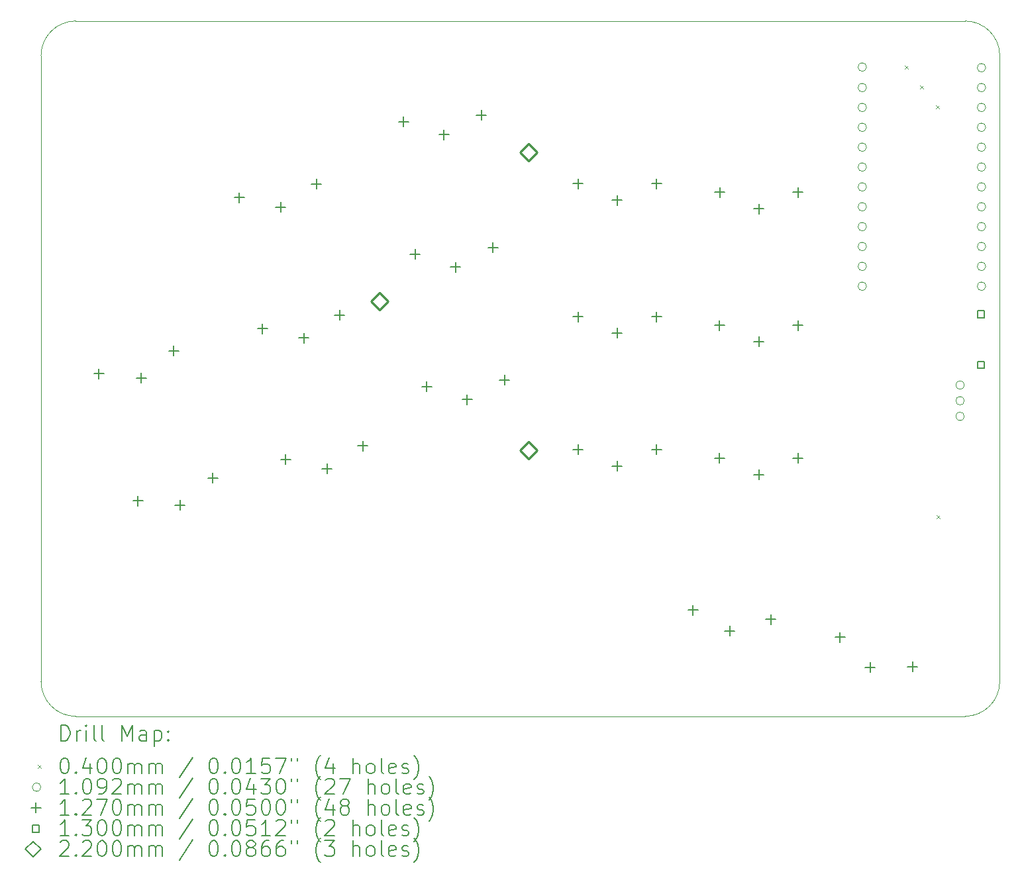
<source format=gbr>
%FSLAX45Y45*%
G04 Gerber Fmt 4.5, Leading zero omitted, Abs format (unit mm)*
G04 Created by KiCad (PCBNEW (6.0.4)) date 2022-06-17 23:19:35*
%MOMM*%
%LPD*%
G01*
G04 APERTURE LIST*
%TA.AperFunction,Profile*%
%ADD10C,0.050000*%
%TD*%
%ADD11C,0.200000*%
%ADD12C,0.040000*%
%ADD13C,0.109220*%
%ADD14C,0.127000*%
%ADD15C,0.130000*%
%ADD16C,0.220000*%
G04 APERTURE END LIST*
D10*
X16431618Y3825490D02*
X16431979Y11826325D01*
X4176475Y3825325D02*
G75*
G03*
X4620979Y3380825I444505J5D01*
G01*
X16431975Y11826325D02*
G75*
G03*
X15987479Y12270825I-444495J5D01*
G01*
X4620979Y3380825D02*
X15987118Y3380990D01*
X4176115Y11826612D02*
X4176479Y3825325D01*
X15987479Y12270825D02*
X4620615Y12271112D01*
X4620615Y12271112D02*
G75*
G03*
X4176115Y11826612I0J-444500D01*
G01*
X15987118Y3380991D02*
G75*
G03*
X16431618Y3825490I2J444499D01*
G01*
D11*
D12*
X15220000Y11700985D02*
X15260000Y11660985D01*
X15260000Y11700985D02*
X15220000Y11660985D01*
X15410459Y11444714D02*
X15450459Y11404714D01*
X15450459Y11444714D02*
X15410459Y11404714D01*
X15618978Y11190306D02*
X15658978Y11150306D01*
X15658978Y11190306D02*
X15618978Y11150306D01*
X15624579Y5953525D02*
X15664579Y5913525D01*
X15664579Y5953525D02*
X15624579Y5913525D01*
D13*
X14728331Y11682300D02*
G75*
G03*
X14728331Y11682300I-54610J0D01*
G01*
X14728331Y11419925D02*
G75*
G03*
X14728331Y11419925I-54610J0D01*
G01*
X14728331Y11165925D02*
G75*
G03*
X14728331Y11165925I-54610J0D01*
G01*
X14728331Y10911925D02*
G75*
G03*
X14728331Y10911925I-54610J0D01*
G01*
X14728331Y10657925D02*
G75*
G03*
X14728331Y10657925I-54610J0D01*
G01*
X14728331Y10403925D02*
G75*
G03*
X14728331Y10403925I-54610J0D01*
G01*
X14728331Y10149925D02*
G75*
G03*
X14728331Y10149925I-54610J0D01*
G01*
X14728331Y9895925D02*
G75*
G03*
X14728331Y9895925I-54610J0D01*
G01*
X14728331Y9641925D02*
G75*
G03*
X14728331Y9641925I-54610J0D01*
G01*
X14728331Y9387925D02*
G75*
G03*
X14728331Y9387925I-54610J0D01*
G01*
X14728331Y9133925D02*
G75*
G03*
X14728331Y9133925I-54610J0D01*
G01*
X14728331Y8879925D02*
G75*
G03*
X14728331Y8879925I-54610J0D01*
G01*
X15978589Y7616225D02*
G75*
G03*
X15978589Y7616225I-54610J0D01*
G01*
X15978589Y7416225D02*
G75*
G03*
X15978589Y7416225I-54610J0D01*
G01*
X15978589Y7216225D02*
G75*
G03*
X15978589Y7216225I-54610J0D01*
G01*
X16252331Y11673925D02*
G75*
G03*
X16252331Y11673925I-54610J0D01*
G01*
X16252331Y11419925D02*
G75*
G03*
X16252331Y11419925I-54610J0D01*
G01*
X16252331Y11165925D02*
G75*
G03*
X16252331Y11165925I-54610J0D01*
G01*
X16252331Y10911925D02*
G75*
G03*
X16252331Y10911925I-54610J0D01*
G01*
X16252331Y10657925D02*
G75*
G03*
X16252331Y10657925I-54610J0D01*
G01*
X16252331Y10403925D02*
G75*
G03*
X16252331Y10403925I-54610J0D01*
G01*
X16252331Y10149925D02*
G75*
G03*
X16252331Y10149925I-54610J0D01*
G01*
X16252331Y9895925D02*
G75*
G03*
X16252331Y9895925I-54610J0D01*
G01*
X16252331Y9641925D02*
G75*
G03*
X16252331Y9641925I-54610J0D01*
G01*
X16252331Y9387925D02*
G75*
G03*
X16252331Y9387925I-54610J0D01*
G01*
X16252331Y9133925D02*
G75*
G03*
X16252331Y9133925I-54610J0D01*
G01*
X16252331Y8879925D02*
G75*
G03*
X16252331Y8879925I-54610J0D01*
G01*
D14*
X4917175Y7826915D02*
X4917175Y7699915D01*
X4853675Y7763415D02*
X4980675Y7763415D01*
X5414207Y6201196D02*
X5414207Y6074196D01*
X5350707Y6137696D02*
X5477707Y6137696D01*
X5456725Y7772276D02*
X5456725Y7645276D01*
X5393225Y7708776D02*
X5520225Y7708776D01*
X5873479Y8119286D02*
X5873479Y7992286D01*
X5809979Y8055786D02*
X5936979Y8055786D01*
X5953757Y6146558D02*
X5953757Y6019558D01*
X5890257Y6083058D02*
X6017257Y6083058D01*
X6370511Y6493568D02*
X6370511Y6366568D01*
X6307011Y6430068D02*
X6434011Y6430068D01*
X6712293Y10076956D02*
X6712293Y9949956D01*
X6648793Y10013456D02*
X6775793Y10013456D01*
X7007495Y8402783D02*
X7007495Y8275782D01*
X6943995Y8339282D02*
X7070995Y8339282D01*
X7241163Y9956970D02*
X7241163Y9829970D01*
X7177663Y9893470D02*
X7304663Y9893470D01*
X7302697Y6728609D02*
X7302697Y6601609D01*
X7239197Y6665109D02*
X7366197Y6665109D01*
X7536365Y8282797D02*
X7536365Y8155797D01*
X7472865Y8219297D02*
X7599865Y8219297D01*
X7697101Y10250604D02*
X7697101Y10123604D01*
X7633601Y10187104D02*
X7760601Y10187104D01*
X7831567Y6608624D02*
X7831567Y6481624D01*
X7768067Y6545124D02*
X7895067Y6545124D01*
X7992303Y8576431D02*
X7992303Y8449431D01*
X7928803Y8512931D02*
X8055803Y8512931D01*
X8287505Y6902257D02*
X8287505Y6775257D01*
X8224005Y6838757D02*
X8351005Y6838757D01*
X8809021Y11046316D02*
X8809021Y10919316D01*
X8745521Y10982816D02*
X8872521Y10982816D01*
X8957186Y9352785D02*
X8957186Y9225785D01*
X8893686Y9289285D02*
X9020686Y9289285D01*
X9105351Y7659254D02*
X9105351Y7532254D01*
X9041851Y7595754D02*
X9168851Y7595754D01*
X9325422Y10880693D02*
X9325422Y10753693D01*
X9261922Y10817193D02*
X9388922Y10817193D01*
X9473586Y9187162D02*
X9473586Y9060162D01*
X9410086Y9123662D02*
X9537086Y9123662D01*
X9621751Y7493631D02*
X9621751Y7366631D01*
X9558251Y7430131D02*
X9685251Y7430131D01*
X9805216Y11133472D02*
X9805216Y11006472D01*
X9741716Y11069972D02*
X9868716Y11069972D01*
X9953381Y9439941D02*
X9953381Y9312941D01*
X9889881Y9376441D02*
X10016881Y9376441D01*
X10101546Y7746410D02*
X10101546Y7619410D01*
X10038046Y7682910D02*
X10165046Y7682910D01*
X11042479Y10254725D02*
X11042479Y10127725D01*
X10978979Y10191225D02*
X11105979Y10191225D01*
X11042479Y8554725D02*
X11042479Y8427725D01*
X10978979Y8491225D02*
X11105979Y8491225D01*
X11042479Y6854725D02*
X11042479Y6727725D01*
X10978979Y6791225D02*
X11105979Y6791225D01*
X11542479Y10044725D02*
X11542479Y9917725D01*
X11478979Y9981225D02*
X11605979Y9981225D01*
X11542479Y8344725D02*
X11542479Y8217725D01*
X11478979Y8281225D02*
X11605979Y8281225D01*
X11542479Y6644725D02*
X11542479Y6517725D01*
X11478979Y6581225D02*
X11605979Y6581225D01*
X12042479Y10254725D02*
X12042479Y10127725D01*
X11978979Y10191225D02*
X12105979Y10191225D01*
X12042479Y8554725D02*
X12042479Y8427725D01*
X11978979Y8491225D02*
X12105979Y8491225D01*
X12042479Y6854725D02*
X12042479Y6727725D01*
X11978979Y6791225D02*
X12105979Y6791225D01*
X12510764Y4804938D02*
X12510764Y4677938D01*
X12447264Y4741438D02*
X12574264Y4741438D01*
X12850579Y8444649D02*
X12850579Y8317649D01*
X12787079Y8381149D02*
X12914079Y8381149D01*
X12850579Y6744649D02*
X12850579Y6617649D01*
X12787079Y6681149D02*
X12914079Y6681149D01*
X12851323Y10144399D02*
X12851323Y10017399D01*
X12787823Y10080899D02*
X12914823Y10080899D01*
X12981445Y4535569D02*
X12981445Y4408569D01*
X12917945Y4472069D02*
X13044945Y4472069D01*
X13350579Y8234649D02*
X13350579Y8107649D01*
X13287079Y8171149D02*
X13414079Y8171149D01*
X13350579Y6534649D02*
X13350579Y6407649D01*
X13287079Y6471149D02*
X13414079Y6471149D01*
X13351323Y9934399D02*
X13351323Y9807399D01*
X13287823Y9870899D02*
X13414823Y9870899D01*
X13503310Y4683069D02*
X13503310Y4556069D01*
X13439810Y4619569D02*
X13566810Y4619569D01*
X13850579Y8444649D02*
X13850579Y8317649D01*
X13787079Y8381149D02*
X13914079Y8381149D01*
X13850579Y6744649D02*
X13850579Y6617649D01*
X13787079Y6681149D02*
X13914079Y6681149D01*
X13851323Y10144399D02*
X13851323Y10017399D01*
X13787823Y10080899D02*
X13914823Y10080899D01*
X14389989Y4453758D02*
X14389989Y4326758D01*
X14326489Y4390258D02*
X14453489Y4390258D01*
X14774913Y4071746D02*
X14774913Y3944746D01*
X14711413Y4008246D02*
X14838413Y4008246D01*
X15317173Y4079151D02*
X15317173Y3952151D01*
X15253673Y4015651D02*
X15380673Y4015651D01*
D15*
X16236641Y8478363D02*
X16236641Y8570288D01*
X16144717Y8570288D01*
X16144717Y8478363D01*
X16236641Y8478363D01*
X16236641Y7828363D02*
X16236641Y7920288D01*
X16144717Y7920288D01*
X16144717Y7828363D01*
X16236641Y7828363D01*
D16*
X8507179Y8579425D02*
X8617179Y8689425D01*
X8507179Y8799425D01*
X8397179Y8689425D01*
X8507179Y8579425D01*
X10412179Y10484425D02*
X10522179Y10594425D01*
X10412179Y10704425D01*
X10302179Y10594425D01*
X10412179Y10484425D01*
X10412179Y6674425D02*
X10522179Y6784425D01*
X10412179Y6894425D01*
X10302179Y6784425D01*
X10412179Y6674425D01*
D11*
X4431234Y3067849D02*
X4431234Y3267849D01*
X4478853Y3267849D01*
X4507424Y3258325D01*
X4526472Y3239278D01*
X4535996Y3220230D01*
X4545520Y3182135D01*
X4545520Y3153563D01*
X4535996Y3115468D01*
X4526472Y3096421D01*
X4507424Y3077373D01*
X4478853Y3067849D01*
X4431234Y3067849D01*
X4631234Y3067849D02*
X4631234Y3201182D01*
X4631234Y3163087D02*
X4640758Y3182135D01*
X4650282Y3191659D01*
X4669329Y3201182D01*
X4688377Y3201182D01*
X4755043Y3067849D02*
X4755043Y3201182D01*
X4755043Y3267849D02*
X4745520Y3258325D01*
X4755043Y3248801D01*
X4764567Y3258325D01*
X4755043Y3267849D01*
X4755043Y3248801D01*
X4878853Y3067849D02*
X4859805Y3077373D01*
X4850282Y3096421D01*
X4850282Y3267849D01*
X4983615Y3067849D02*
X4964567Y3077373D01*
X4955043Y3096421D01*
X4955043Y3267849D01*
X5212186Y3067849D02*
X5212186Y3267849D01*
X5278853Y3124992D01*
X5345520Y3267849D01*
X5345520Y3067849D01*
X5526472Y3067849D02*
X5526472Y3172611D01*
X5516948Y3191659D01*
X5497901Y3201182D01*
X5459805Y3201182D01*
X5440758Y3191659D01*
X5526472Y3077373D02*
X5507424Y3067849D01*
X5459805Y3067849D01*
X5440758Y3077373D01*
X5431234Y3096421D01*
X5431234Y3115468D01*
X5440758Y3134516D01*
X5459805Y3144040D01*
X5507424Y3144040D01*
X5526472Y3153563D01*
X5621710Y3201182D02*
X5621710Y3001182D01*
X5621710Y3191659D02*
X5640758Y3201182D01*
X5678853Y3201182D01*
X5697901Y3191659D01*
X5707424Y3182135D01*
X5716948Y3163087D01*
X5716948Y3105944D01*
X5707424Y3086897D01*
X5697901Y3077373D01*
X5678853Y3067849D01*
X5640758Y3067849D01*
X5621710Y3077373D01*
X5802662Y3086897D02*
X5812186Y3077373D01*
X5802662Y3067849D01*
X5793139Y3077373D01*
X5802662Y3086897D01*
X5802662Y3067849D01*
X5802662Y3191659D02*
X5812186Y3182135D01*
X5802662Y3172611D01*
X5793139Y3182135D01*
X5802662Y3191659D01*
X5802662Y3172611D01*
D12*
X4133615Y2758325D02*
X4173615Y2718325D01*
X4173615Y2758325D02*
X4133615Y2718325D01*
D11*
X4469329Y2847849D02*
X4488377Y2847849D01*
X4507424Y2838325D01*
X4516948Y2828801D01*
X4526472Y2809754D01*
X4535996Y2771659D01*
X4535996Y2724040D01*
X4526472Y2685944D01*
X4516948Y2666897D01*
X4507424Y2657373D01*
X4488377Y2647849D01*
X4469329Y2647849D01*
X4450282Y2657373D01*
X4440758Y2666897D01*
X4431234Y2685944D01*
X4421710Y2724040D01*
X4421710Y2771659D01*
X4431234Y2809754D01*
X4440758Y2828801D01*
X4450282Y2838325D01*
X4469329Y2847849D01*
X4621710Y2666897D02*
X4631234Y2657373D01*
X4621710Y2647849D01*
X4612186Y2657373D01*
X4621710Y2666897D01*
X4621710Y2647849D01*
X4802663Y2781183D02*
X4802663Y2647849D01*
X4755043Y2857373D02*
X4707424Y2714516D01*
X4831234Y2714516D01*
X4945520Y2847849D02*
X4964567Y2847849D01*
X4983615Y2838325D01*
X4993139Y2828801D01*
X5002663Y2809754D01*
X5012186Y2771659D01*
X5012186Y2724040D01*
X5002663Y2685944D01*
X4993139Y2666897D01*
X4983615Y2657373D01*
X4964567Y2647849D01*
X4945520Y2647849D01*
X4926472Y2657373D01*
X4916948Y2666897D01*
X4907424Y2685944D01*
X4897901Y2724040D01*
X4897901Y2771659D01*
X4907424Y2809754D01*
X4916948Y2828801D01*
X4926472Y2838325D01*
X4945520Y2847849D01*
X5135996Y2847849D02*
X5155043Y2847849D01*
X5174091Y2838325D01*
X5183615Y2828801D01*
X5193139Y2809754D01*
X5202663Y2771659D01*
X5202663Y2724040D01*
X5193139Y2685944D01*
X5183615Y2666897D01*
X5174091Y2657373D01*
X5155043Y2647849D01*
X5135996Y2647849D01*
X5116948Y2657373D01*
X5107424Y2666897D01*
X5097901Y2685944D01*
X5088377Y2724040D01*
X5088377Y2771659D01*
X5097901Y2809754D01*
X5107424Y2828801D01*
X5116948Y2838325D01*
X5135996Y2847849D01*
X5288377Y2647849D02*
X5288377Y2781183D01*
X5288377Y2762135D02*
X5297901Y2771659D01*
X5316948Y2781183D01*
X5345520Y2781183D01*
X5364567Y2771659D01*
X5374091Y2752611D01*
X5374091Y2647849D01*
X5374091Y2752611D02*
X5383615Y2771659D01*
X5402663Y2781183D01*
X5431234Y2781183D01*
X5450282Y2771659D01*
X5459805Y2752611D01*
X5459805Y2647849D01*
X5555043Y2647849D02*
X5555043Y2781183D01*
X5555043Y2762135D02*
X5564567Y2771659D01*
X5583615Y2781183D01*
X5612186Y2781183D01*
X5631234Y2771659D01*
X5640758Y2752611D01*
X5640758Y2647849D01*
X5640758Y2752611D02*
X5650281Y2771659D01*
X5669329Y2781183D01*
X5697901Y2781183D01*
X5716948Y2771659D01*
X5726472Y2752611D01*
X5726472Y2647849D01*
X6116948Y2857373D02*
X5945520Y2600230D01*
X6374091Y2847849D02*
X6393139Y2847849D01*
X6412186Y2838325D01*
X6421710Y2828801D01*
X6431234Y2809754D01*
X6440758Y2771659D01*
X6440758Y2724040D01*
X6431234Y2685944D01*
X6421710Y2666897D01*
X6412186Y2657373D01*
X6393139Y2647849D01*
X6374091Y2647849D01*
X6355043Y2657373D01*
X6345520Y2666897D01*
X6335996Y2685944D01*
X6326472Y2724040D01*
X6326472Y2771659D01*
X6335996Y2809754D01*
X6345520Y2828801D01*
X6355043Y2838325D01*
X6374091Y2847849D01*
X6526472Y2666897D02*
X6535996Y2657373D01*
X6526472Y2647849D01*
X6516948Y2657373D01*
X6526472Y2666897D01*
X6526472Y2647849D01*
X6659805Y2847849D02*
X6678853Y2847849D01*
X6697901Y2838325D01*
X6707424Y2828801D01*
X6716948Y2809754D01*
X6726472Y2771659D01*
X6726472Y2724040D01*
X6716948Y2685944D01*
X6707424Y2666897D01*
X6697901Y2657373D01*
X6678853Y2647849D01*
X6659805Y2647849D01*
X6640758Y2657373D01*
X6631234Y2666897D01*
X6621710Y2685944D01*
X6612186Y2724040D01*
X6612186Y2771659D01*
X6621710Y2809754D01*
X6631234Y2828801D01*
X6640758Y2838325D01*
X6659805Y2847849D01*
X6916948Y2647849D02*
X6802662Y2647849D01*
X6859805Y2647849D02*
X6859805Y2847849D01*
X6840758Y2819278D01*
X6821710Y2800230D01*
X6802662Y2790706D01*
X7097901Y2847849D02*
X7002662Y2847849D01*
X6993139Y2752611D01*
X7002662Y2762135D01*
X7021710Y2771659D01*
X7069329Y2771659D01*
X7088377Y2762135D01*
X7097901Y2752611D01*
X7107424Y2733563D01*
X7107424Y2685944D01*
X7097901Y2666897D01*
X7088377Y2657373D01*
X7069329Y2647849D01*
X7021710Y2647849D01*
X7002662Y2657373D01*
X6993139Y2666897D01*
X7174091Y2847849D02*
X7307424Y2847849D01*
X7221710Y2647849D01*
X7374091Y2847849D02*
X7374091Y2809754D01*
X7450281Y2847849D02*
X7450281Y2809754D01*
X7745520Y2571659D02*
X7735996Y2581183D01*
X7716948Y2609754D01*
X7707424Y2628802D01*
X7697901Y2657373D01*
X7688377Y2704992D01*
X7688377Y2743087D01*
X7697901Y2790706D01*
X7707424Y2819278D01*
X7716948Y2838325D01*
X7735996Y2866897D01*
X7745520Y2876421D01*
X7907424Y2781183D02*
X7907424Y2647849D01*
X7859805Y2857373D02*
X7812186Y2714516D01*
X7935996Y2714516D01*
X8164567Y2647849D02*
X8164567Y2847849D01*
X8250281Y2647849D02*
X8250281Y2752611D01*
X8240758Y2771659D01*
X8221710Y2781183D01*
X8193139Y2781183D01*
X8174091Y2771659D01*
X8164567Y2762135D01*
X8374091Y2647849D02*
X8355043Y2657373D01*
X8345520Y2666897D01*
X8335996Y2685944D01*
X8335996Y2743087D01*
X8345520Y2762135D01*
X8355043Y2771659D01*
X8374091Y2781183D01*
X8402663Y2781183D01*
X8421710Y2771659D01*
X8431234Y2762135D01*
X8440758Y2743087D01*
X8440758Y2685944D01*
X8431234Y2666897D01*
X8421710Y2657373D01*
X8402663Y2647849D01*
X8374091Y2647849D01*
X8555043Y2647849D02*
X8535996Y2657373D01*
X8526472Y2676421D01*
X8526472Y2847849D01*
X8707424Y2657373D02*
X8688377Y2647849D01*
X8650282Y2647849D01*
X8631234Y2657373D01*
X8621710Y2676421D01*
X8621710Y2752611D01*
X8631234Y2771659D01*
X8650282Y2781183D01*
X8688377Y2781183D01*
X8707424Y2771659D01*
X8716948Y2752611D01*
X8716948Y2733563D01*
X8621710Y2714516D01*
X8793139Y2657373D02*
X8812186Y2647849D01*
X8850282Y2647849D01*
X8869329Y2657373D01*
X8878853Y2676421D01*
X8878853Y2685944D01*
X8869329Y2704992D01*
X8850282Y2714516D01*
X8821710Y2714516D01*
X8802663Y2724040D01*
X8793139Y2743087D01*
X8793139Y2752611D01*
X8802663Y2771659D01*
X8821710Y2781183D01*
X8850282Y2781183D01*
X8869329Y2771659D01*
X8945520Y2571659D02*
X8955043Y2581183D01*
X8974091Y2609754D01*
X8983615Y2628802D01*
X8993139Y2657373D01*
X9002663Y2704992D01*
X9002663Y2743087D01*
X8993139Y2790706D01*
X8983615Y2819278D01*
X8974091Y2838325D01*
X8955043Y2866897D01*
X8945520Y2876421D01*
D13*
X4173615Y2474325D02*
G75*
G03*
X4173615Y2474325I-54610J0D01*
G01*
D11*
X4535996Y2383849D02*
X4421710Y2383849D01*
X4478853Y2383849D02*
X4478853Y2583849D01*
X4459805Y2555278D01*
X4440758Y2536230D01*
X4421710Y2526706D01*
X4621710Y2402897D02*
X4631234Y2393373D01*
X4621710Y2383849D01*
X4612186Y2393373D01*
X4621710Y2402897D01*
X4621710Y2383849D01*
X4755043Y2583849D02*
X4774091Y2583849D01*
X4793139Y2574325D01*
X4802663Y2564802D01*
X4812186Y2545754D01*
X4821710Y2507659D01*
X4821710Y2460040D01*
X4812186Y2421944D01*
X4802663Y2402897D01*
X4793139Y2393373D01*
X4774091Y2383849D01*
X4755043Y2383849D01*
X4735996Y2393373D01*
X4726472Y2402897D01*
X4716948Y2421944D01*
X4707424Y2460040D01*
X4707424Y2507659D01*
X4716948Y2545754D01*
X4726472Y2564802D01*
X4735996Y2574325D01*
X4755043Y2583849D01*
X4916948Y2383849D02*
X4955043Y2383849D01*
X4974091Y2393373D01*
X4983615Y2402897D01*
X5002663Y2431468D01*
X5012186Y2469563D01*
X5012186Y2545754D01*
X5002663Y2564802D01*
X4993139Y2574325D01*
X4974091Y2583849D01*
X4935996Y2583849D01*
X4916948Y2574325D01*
X4907424Y2564802D01*
X4897901Y2545754D01*
X4897901Y2498135D01*
X4907424Y2479087D01*
X4916948Y2469563D01*
X4935996Y2460040D01*
X4974091Y2460040D01*
X4993139Y2469563D01*
X5002663Y2479087D01*
X5012186Y2498135D01*
X5088377Y2564802D02*
X5097901Y2574325D01*
X5116948Y2583849D01*
X5164567Y2583849D01*
X5183615Y2574325D01*
X5193139Y2564802D01*
X5202663Y2545754D01*
X5202663Y2526706D01*
X5193139Y2498135D01*
X5078853Y2383849D01*
X5202663Y2383849D01*
X5288377Y2383849D02*
X5288377Y2517183D01*
X5288377Y2498135D02*
X5297901Y2507659D01*
X5316948Y2517183D01*
X5345520Y2517183D01*
X5364567Y2507659D01*
X5374091Y2488611D01*
X5374091Y2383849D01*
X5374091Y2488611D02*
X5383615Y2507659D01*
X5402663Y2517183D01*
X5431234Y2517183D01*
X5450282Y2507659D01*
X5459805Y2488611D01*
X5459805Y2383849D01*
X5555043Y2383849D02*
X5555043Y2517183D01*
X5555043Y2498135D02*
X5564567Y2507659D01*
X5583615Y2517183D01*
X5612186Y2517183D01*
X5631234Y2507659D01*
X5640758Y2488611D01*
X5640758Y2383849D01*
X5640758Y2488611D02*
X5650281Y2507659D01*
X5669329Y2517183D01*
X5697901Y2517183D01*
X5716948Y2507659D01*
X5726472Y2488611D01*
X5726472Y2383849D01*
X6116948Y2593373D02*
X5945520Y2336230D01*
X6374091Y2583849D02*
X6393139Y2583849D01*
X6412186Y2574325D01*
X6421710Y2564802D01*
X6431234Y2545754D01*
X6440758Y2507659D01*
X6440758Y2460040D01*
X6431234Y2421944D01*
X6421710Y2402897D01*
X6412186Y2393373D01*
X6393139Y2383849D01*
X6374091Y2383849D01*
X6355043Y2393373D01*
X6345520Y2402897D01*
X6335996Y2421944D01*
X6326472Y2460040D01*
X6326472Y2507659D01*
X6335996Y2545754D01*
X6345520Y2564802D01*
X6355043Y2574325D01*
X6374091Y2583849D01*
X6526472Y2402897D02*
X6535996Y2393373D01*
X6526472Y2383849D01*
X6516948Y2393373D01*
X6526472Y2402897D01*
X6526472Y2383849D01*
X6659805Y2583849D02*
X6678853Y2583849D01*
X6697901Y2574325D01*
X6707424Y2564802D01*
X6716948Y2545754D01*
X6726472Y2507659D01*
X6726472Y2460040D01*
X6716948Y2421944D01*
X6707424Y2402897D01*
X6697901Y2393373D01*
X6678853Y2383849D01*
X6659805Y2383849D01*
X6640758Y2393373D01*
X6631234Y2402897D01*
X6621710Y2421944D01*
X6612186Y2460040D01*
X6612186Y2507659D01*
X6621710Y2545754D01*
X6631234Y2564802D01*
X6640758Y2574325D01*
X6659805Y2583849D01*
X6897901Y2517183D02*
X6897901Y2383849D01*
X6850281Y2593373D02*
X6802662Y2450516D01*
X6926472Y2450516D01*
X6983615Y2583849D02*
X7107424Y2583849D01*
X7040758Y2507659D01*
X7069329Y2507659D01*
X7088377Y2498135D01*
X7097901Y2488611D01*
X7107424Y2469563D01*
X7107424Y2421944D01*
X7097901Y2402897D01*
X7088377Y2393373D01*
X7069329Y2383849D01*
X7012186Y2383849D01*
X6993139Y2393373D01*
X6983615Y2402897D01*
X7231234Y2583849D02*
X7250281Y2583849D01*
X7269329Y2574325D01*
X7278853Y2564802D01*
X7288377Y2545754D01*
X7297901Y2507659D01*
X7297901Y2460040D01*
X7288377Y2421944D01*
X7278853Y2402897D01*
X7269329Y2393373D01*
X7250281Y2383849D01*
X7231234Y2383849D01*
X7212186Y2393373D01*
X7202662Y2402897D01*
X7193139Y2421944D01*
X7183615Y2460040D01*
X7183615Y2507659D01*
X7193139Y2545754D01*
X7202662Y2564802D01*
X7212186Y2574325D01*
X7231234Y2583849D01*
X7374091Y2583849D02*
X7374091Y2545754D01*
X7450281Y2583849D02*
X7450281Y2545754D01*
X7745520Y2307659D02*
X7735996Y2317183D01*
X7716948Y2345754D01*
X7707424Y2364802D01*
X7697901Y2393373D01*
X7688377Y2440992D01*
X7688377Y2479087D01*
X7697901Y2526706D01*
X7707424Y2555278D01*
X7716948Y2574325D01*
X7735996Y2602897D01*
X7745520Y2612421D01*
X7812186Y2564802D02*
X7821710Y2574325D01*
X7840758Y2583849D01*
X7888377Y2583849D01*
X7907424Y2574325D01*
X7916948Y2564802D01*
X7926472Y2545754D01*
X7926472Y2526706D01*
X7916948Y2498135D01*
X7802662Y2383849D01*
X7926472Y2383849D01*
X7993139Y2583849D02*
X8126472Y2583849D01*
X8040758Y2383849D01*
X8355043Y2383849D02*
X8355043Y2583849D01*
X8440758Y2383849D02*
X8440758Y2488611D01*
X8431234Y2507659D01*
X8412186Y2517183D01*
X8383615Y2517183D01*
X8364567Y2507659D01*
X8355043Y2498135D01*
X8564567Y2383849D02*
X8545520Y2393373D01*
X8535996Y2402897D01*
X8526472Y2421944D01*
X8526472Y2479087D01*
X8535996Y2498135D01*
X8545520Y2507659D01*
X8564567Y2517183D01*
X8593139Y2517183D01*
X8612186Y2507659D01*
X8621710Y2498135D01*
X8631234Y2479087D01*
X8631234Y2421944D01*
X8621710Y2402897D01*
X8612186Y2393373D01*
X8593139Y2383849D01*
X8564567Y2383849D01*
X8745520Y2383849D02*
X8726472Y2393373D01*
X8716948Y2412421D01*
X8716948Y2583849D01*
X8897901Y2393373D02*
X8878853Y2383849D01*
X8840758Y2383849D01*
X8821710Y2393373D01*
X8812186Y2412421D01*
X8812186Y2488611D01*
X8821710Y2507659D01*
X8840758Y2517183D01*
X8878853Y2517183D01*
X8897901Y2507659D01*
X8907424Y2488611D01*
X8907424Y2469563D01*
X8812186Y2450516D01*
X8983615Y2393373D02*
X9002663Y2383849D01*
X9040758Y2383849D01*
X9059805Y2393373D01*
X9069329Y2412421D01*
X9069329Y2421944D01*
X9059805Y2440992D01*
X9040758Y2450516D01*
X9012186Y2450516D01*
X8993139Y2460040D01*
X8983615Y2479087D01*
X8983615Y2488611D01*
X8993139Y2507659D01*
X9012186Y2517183D01*
X9040758Y2517183D01*
X9059805Y2507659D01*
X9135996Y2307659D02*
X9145520Y2317183D01*
X9164567Y2345754D01*
X9174091Y2364802D01*
X9183615Y2393373D01*
X9193139Y2440992D01*
X9193139Y2479087D01*
X9183615Y2526706D01*
X9174091Y2555278D01*
X9164567Y2574325D01*
X9145520Y2602897D01*
X9135996Y2612421D01*
D14*
X4110115Y2273825D02*
X4110115Y2146825D01*
X4046615Y2210325D02*
X4173615Y2210325D01*
D11*
X4535996Y2119849D02*
X4421710Y2119849D01*
X4478853Y2119849D02*
X4478853Y2319849D01*
X4459805Y2291278D01*
X4440758Y2272230D01*
X4421710Y2262706D01*
X4621710Y2138897D02*
X4631234Y2129373D01*
X4621710Y2119849D01*
X4612186Y2129373D01*
X4621710Y2138897D01*
X4621710Y2119849D01*
X4707424Y2300802D02*
X4716948Y2310325D01*
X4735996Y2319849D01*
X4783615Y2319849D01*
X4802663Y2310325D01*
X4812186Y2300802D01*
X4821710Y2281754D01*
X4821710Y2262706D01*
X4812186Y2234135D01*
X4697901Y2119849D01*
X4821710Y2119849D01*
X4888377Y2319849D02*
X5021710Y2319849D01*
X4935996Y2119849D01*
X5135996Y2319849D02*
X5155043Y2319849D01*
X5174091Y2310325D01*
X5183615Y2300802D01*
X5193139Y2281754D01*
X5202663Y2243659D01*
X5202663Y2196040D01*
X5193139Y2157944D01*
X5183615Y2138897D01*
X5174091Y2129373D01*
X5155043Y2119849D01*
X5135996Y2119849D01*
X5116948Y2129373D01*
X5107424Y2138897D01*
X5097901Y2157944D01*
X5088377Y2196040D01*
X5088377Y2243659D01*
X5097901Y2281754D01*
X5107424Y2300802D01*
X5116948Y2310325D01*
X5135996Y2319849D01*
X5288377Y2119849D02*
X5288377Y2253183D01*
X5288377Y2234135D02*
X5297901Y2243659D01*
X5316948Y2253183D01*
X5345520Y2253183D01*
X5364567Y2243659D01*
X5374091Y2224611D01*
X5374091Y2119849D01*
X5374091Y2224611D02*
X5383615Y2243659D01*
X5402663Y2253183D01*
X5431234Y2253183D01*
X5450282Y2243659D01*
X5459805Y2224611D01*
X5459805Y2119849D01*
X5555043Y2119849D02*
X5555043Y2253183D01*
X5555043Y2234135D02*
X5564567Y2243659D01*
X5583615Y2253183D01*
X5612186Y2253183D01*
X5631234Y2243659D01*
X5640758Y2224611D01*
X5640758Y2119849D01*
X5640758Y2224611D02*
X5650281Y2243659D01*
X5669329Y2253183D01*
X5697901Y2253183D01*
X5716948Y2243659D01*
X5726472Y2224611D01*
X5726472Y2119849D01*
X6116948Y2329373D02*
X5945520Y2072230D01*
X6374091Y2319849D02*
X6393139Y2319849D01*
X6412186Y2310325D01*
X6421710Y2300802D01*
X6431234Y2281754D01*
X6440758Y2243659D01*
X6440758Y2196040D01*
X6431234Y2157944D01*
X6421710Y2138897D01*
X6412186Y2129373D01*
X6393139Y2119849D01*
X6374091Y2119849D01*
X6355043Y2129373D01*
X6345520Y2138897D01*
X6335996Y2157944D01*
X6326472Y2196040D01*
X6326472Y2243659D01*
X6335996Y2281754D01*
X6345520Y2300802D01*
X6355043Y2310325D01*
X6374091Y2319849D01*
X6526472Y2138897D02*
X6535996Y2129373D01*
X6526472Y2119849D01*
X6516948Y2129373D01*
X6526472Y2138897D01*
X6526472Y2119849D01*
X6659805Y2319849D02*
X6678853Y2319849D01*
X6697901Y2310325D01*
X6707424Y2300802D01*
X6716948Y2281754D01*
X6726472Y2243659D01*
X6726472Y2196040D01*
X6716948Y2157944D01*
X6707424Y2138897D01*
X6697901Y2129373D01*
X6678853Y2119849D01*
X6659805Y2119849D01*
X6640758Y2129373D01*
X6631234Y2138897D01*
X6621710Y2157944D01*
X6612186Y2196040D01*
X6612186Y2243659D01*
X6621710Y2281754D01*
X6631234Y2300802D01*
X6640758Y2310325D01*
X6659805Y2319849D01*
X6907424Y2319849D02*
X6812186Y2319849D01*
X6802662Y2224611D01*
X6812186Y2234135D01*
X6831234Y2243659D01*
X6878853Y2243659D01*
X6897901Y2234135D01*
X6907424Y2224611D01*
X6916948Y2205563D01*
X6916948Y2157944D01*
X6907424Y2138897D01*
X6897901Y2129373D01*
X6878853Y2119849D01*
X6831234Y2119849D01*
X6812186Y2129373D01*
X6802662Y2138897D01*
X7040758Y2319849D02*
X7059805Y2319849D01*
X7078853Y2310325D01*
X7088377Y2300802D01*
X7097901Y2281754D01*
X7107424Y2243659D01*
X7107424Y2196040D01*
X7097901Y2157944D01*
X7088377Y2138897D01*
X7078853Y2129373D01*
X7059805Y2119849D01*
X7040758Y2119849D01*
X7021710Y2129373D01*
X7012186Y2138897D01*
X7002662Y2157944D01*
X6993139Y2196040D01*
X6993139Y2243659D01*
X7002662Y2281754D01*
X7012186Y2300802D01*
X7021710Y2310325D01*
X7040758Y2319849D01*
X7231234Y2319849D02*
X7250281Y2319849D01*
X7269329Y2310325D01*
X7278853Y2300802D01*
X7288377Y2281754D01*
X7297901Y2243659D01*
X7297901Y2196040D01*
X7288377Y2157944D01*
X7278853Y2138897D01*
X7269329Y2129373D01*
X7250281Y2119849D01*
X7231234Y2119849D01*
X7212186Y2129373D01*
X7202662Y2138897D01*
X7193139Y2157944D01*
X7183615Y2196040D01*
X7183615Y2243659D01*
X7193139Y2281754D01*
X7202662Y2300802D01*
X7212186Y2310325D01*
X7231234Y2319849D01*
X7374091Y2319849D02*
X7374091Y2281754D01*
X7450281Y2319849D02*
X7450281Y2281754D01*
X7745520Y2043659D02*
X7735996Y2053182D01*
X7716948Y2081754D01*
X7707424Y2100802D01*
X7697901Y2129373D01*
X7688377Y2176992D01*
X7688377Y2215087D01*
X7697901Y2262706D01*
X7707424Y2291278D01*
X7716948Y2310325D01*
X7735996Y2338897D01*
X7745520Y2348421D01*
X7907424Y2253183D02*
X7907424Y2119849D01*
X7859805Y2329373D02*
X7812186Y2186516D01*
X7935996Y2186516D01*
X8040758Y2234135D02*
X8021710Y2243659D01*
X8012186Y2253183D01*
X8002662Y2272230D01*
X8002662Y2281754D01*
X8012186Y2300802D01*
X8021710Y2310325D01*
X8040758Y2319849D01*
X8078853Y2319849D01*
X8097901Y2310325D01*
X8107424Y2300802D01*
X8116948Y2281754D01*
X8116948Y2272230D01*
X8107424Y2253183D01*
X8097901Y2243659D01*
X8078853Y2234135D01*
X8040758Y2234135D01*
X8021710Y2224611D01*
X8012186Y2215087D01*
X8002662Y2196040D01*
X8002662Y2157944D01*
X8012186Y2138897D01*
X8021710Y2129373D01*
X8040758Y2119849D01*
X8078853Y2119849D01*
X8097901Y2129373D01*
X8107424Y2138897D01*
X8116948Y2157944D01*
X8116948Y2196040D01*
X8107424Y2215087D01*
X8097901Y2224611D01*
X8078853Y2234135D01*
X8355043Y2119849D02*
X8355043Y2319849D01*
X8440758Y2119849D02*
X8440758Y2224611D01*
X8431234Y2243659D01*
X8412186Y2253183D01*
X8383615Y2253183D01*
X8364567Y2243659D01*
X8355043Y2234135D01*
X8564567Y2119849D02*
X8545520Y2129373D01*
X8535996Y2138897D01*
X8526472Y2157944D01*
X8526472Y2215087D01*
X8535996Y2234135D01*
X8545520Y2243659D01*
X8564567Y2253183D01*
X8593139Y2253183D01*
X8612186Y2243659D01*
X8621710Y2234135D01*
X8631234Y2215087D01*
X8631234Y2157944D01*
X8621710Y2138897D01*
X8612186Y2129373D01*
X8593139Y2119849D01*
X8564567Y2119849D01*
X8745520Y2119849D02*
X8726472Y2129373D01*
X8716948Y2148421D01*
X8716948Y2319849D01*
X8897901Y2129373D02*
X8878853Y2119849D01*
X8840758Y2119849D01*
X8821710Y2129373D01*
X8812186Y2148421D01*
X8812186Y2224611D01*
X8821710Y2243659D01*
X8840758Y2253183D01*
X8878853Y2253183D01*
X8897901Y2243659D01*
X8907424Y2224611D01*
X8907424Y2205563D01*
X8812186Y2186516D01*
X8983615Y2129373D02*
X9002663Y2119849D01*
X9040758Y2119849D01*
X9059805Y2129373D01*
X9069329Y2148421D01*
X9069329Y2157944D01*
X9059805Y2176992D01*
X9040758Y2186516D01*
X9012186Y2186516D01*
X8993139Y2196040D01*
X8983615Y2215087D01*
X8983615Y2224611D01*
X8993139Y2243659D01*
X9012186Y2253183D01*
X9040758Y2253183D01*
X9059805Y2243659D01*
X9135996Y2043659D02*
X9145520Y2053182D01*
X9164567Y2081754D01*
X9174091Y2100802D01*
X9183615Y2129373D01*
X9193139Y2176992D01*
X9193139Y2215087D01*
X9183615Y2262706D01*
X9174091Y2291278D01*
X9164567Y2310325D01*
X9145520Y2338897D01*
X9135996Y2348421D01*
D15*
X4154577Y1900363D02*
X4154577Y1992288D01*
X4062652Y1992288D01*
X4062652Y1900363D01*
X4154577Y1900363D01*
D11*
X4535996Y1855849D02*
X4421710Y1855849D01*
X4478853Y1855849D02*
X4478853Y2055849D01*
X4459805Y2027278D01*
X4440758Y2008230D01*
X4421710Y1998706D01*
X4621710Y1874897D02*
X4631234Y1865373D01*
X4621710Y1855849D01*
X4612186Y1865373D01*
X4621710Y1874897D01*
X4621710Y1855849D01*
X4697901Y2055849D02*
X4821710Y2055849D01*
X4755043Y1979659D01*
X4783615Y1979659D01*
X4802663Y1970135D01*
X4812186Y1960611D01*
X4821710Y1941563D01*
X4821710Y1893944D01*
X4812186Y1874897D01*
X4802663Y1865373D01*
X4783615Y1855849D01*
X4726472Y1855849D01*
X4707424Y1865373D01*
X4697901Y1874897D01*
X4945520Y2055849D02*
X4964567Y2055849D01*
X4983615Y2046325D01*
X4993139Y2036801D01*
X5002663Y2017754D01*
X5012186Y1979659D01*
X5012186Y1932040D01*
X5002663Y1893944D01*
X4993139Y1874897D01*
X4983615Y1865373D01*
X4964567Y1855849D01*
X4945520Y1855849D01*
X4926472Y1865373D01*
X4916948Y1874897D01*
X4907424Y1893944D01*
X4897901Y1932040D01*
X4897901Y1979659D01*
X4907424Y2017754D01*
X4916948Y2036801D01*
X4926472Y2046325D01*
X4945520Y2055849D01*
X5135996Y2055849D02*
X5155043Y2055849D01*
X5174091Y2046325D01*
X5183615Y2036801D01*
X5193139Y2017754D01*
X5202663Y1979659D01*
X5202663Y1932040D01*
X5193139Y1893944D01*
X5183615Y1874897D01*
X5174091Y1865373D01*
X5155043Y1855849D01*
X5135996Y1855849D01*
X5116948Y1865373D01*
X5107424Y1874897D01*
X5097901Y1893944D01*
X5088377Y1932040D01*
X5088377Y1979659D01*
X5097901Y2017754D01*
X5107424Y2036801D01*
X5116948Y2046325D01*
X5135996Y2055849D01*
X5288377Y1855849D02*
X5288377Y1989182D01*
X5288377Y1970135D02*
X5297901Y1979659D01*
X5316948Y1989182D01*
X5345520Y1989182D01*
X5364567Y1979659D01*
X5374091Y1960611D01*
X5374091Y1855849D01*
X5374091Y1960611D02*
X5383615Y1979659D01*
X5402663Y1989182D01*
X5431234Y1989182D01*
X5450282Y1979659D01*
X5459805Y1960611D01*
X5459805Y1855849D01*
X5555043Y1855849D02*
X5555043Y1989182D01*
X5555043Y1970135D02*
X5564567Y1979659D01*
X5583615Y1989182D01*
X5612186Y1989182D01*
X5631234Y1979659D01*
X5640758Y1960611D01*
X5640758Y1855849D01*
X5640758Y1960611D02*
X5650281Y1979659D01*
X5669329Y1989182D01*
X5697901Y1989182D01*
X5716948Y1979659D01*
X5726472Y1960611D01*
X5726472Y1855849D01*
X6116948Y2065373D02*
X5945520Y1808230D01*
X6374091Y2055849D02*
X6393139Y2055849D01*
X6412186Y2046325D01*
X6421710Y2036801D01*
X6431234Y2017754D01*
X6440758Y1979659D01*
X6440758Y1932040D01*
X6431234Y1893944D01*
X6421710Y1874897D01*
X6412186Y1865373D01*
X6393139Y1855849D01*
X6374091Y1855849D01*
X6355043Y1865373D01*
X6345520Y1874897D01*
X6335996Y1893944D01*
X6326472Y1932040D01*
X6326472Y1979659D01*
X6335996Y2017754D01*
X6345520Y2036801D01*
X6355043Y2046325D01*
X6374091Y2055849D01*
X6526472Y1874897D02*
X6535996Y1865373D01*
X6526472Y1855849D01*
X6516948Y1865373D01*
X6526472Y1874897D01*
X6526472Y1855849D01*
X6659805Y2055849D02*
X6678853Y2055849D01*
X6697901Y2046325D01*
X6707424Y2036801D01*
X6716948Y2017754D01*
X6726472Y1979659D01*
X6726472Y1932040D01*
X6716948Y1893944D01*
X6707424Y1874897D01*
X6697901Y1865373D01*
X6678853Y1855849D01*
X6659805Y1855849D01*
X6640758Y1865373D01*
X6631234Y1874897D01*
X6621710Y1893944D01*
X6612186Y1932040D01*
X6612186Y1979659D01*
X6621710Y2017754D01*
X6631234Y2036801D01*
X6640758Y2046325D01*
X6659805Y2055849D01*
X6907424Y2055849D02*
X6812186Y2055849D01*
X6802662Y1960611D01*
X6812186Y1970135D01*
X6831234Y1979659D01*
X6878853Y1979659D01*
X6897901Y1970135D01*
X6907424Y1960611D01*
X6916948Y1941563D01*
X6916948Y1893944D01*
X6907424Y1874897D01*
X6897901Y1865373D01*
X6878853Y1855849D01*
X6831234Y1855849D01*
X6812186Y1865373D01*
X6802662Y1874897D01*
X7107424Y1855849D02*
X6993139Y1855849D01*
X7050281Y1855849D02*
X7050281Y2055849D01*
X7031234Y2027278D01*
X7012186Y2008230D01*
X6993139Y1998706D01*
X7183615Y2036801D02*
X7193139Y2046325D01*
X7212186Y2055849D01*
X7259805Y2055849D01*
X7278853Y2046325D01*
X7288377Y2036801D01*
X7297901Y2017754D01*
X7297901Y1998706D01*
X7288377Y1970135D01*
X7174091Y1855849D01*
X7297901Y1855849D01*
X7374091Y2055849D02*
X7374091Y2017754D01*
X7450281Y2055849D02*
X7450281Y2017754D01*
X7745520Y1779659D02*
X7735996Y1789182D01*
X7716948Y1817754D01*
X7707424Y1836801D01*
X7697901Y1865373D01*
X7688377Y1912992D01*
X7688377Y1951087D01*
X7697901Y1998706D01*
X7707424Y2027278D01*
X7716948Y2046325D01*
X7735996Y2074897D01*
X7745520Y2084421D01*
X7812186Y2036801D02*
X7821710Y2046325D01*
X7840758Y2055849D01*
X7888377Y2055849D01*
X7907424Y2046325D01*
X7916948Y2036801D01*
X7926472Y2017754D01*
X7926472Y1998706D01*
X7916948Y1970135D01*
X7802662Y1855849D01*
X7926472Y1855849D01*
X8164567Y1855849D02*
X8164567Y2055849D01*
X8250281Y1855849D02*
X8250281Y1960611D01*
X8240758Y1979659D01*
X8221710Y1989182D01*
X8193139Y1989182D01*
X8174091Y1979659D01*
X8164567Y1970135D01*
X8374091Y1855849D02*
X8355043Y1865373D01*
X8345520Y1874897D01*
X8335996Y1893944D01*
X8335996Y1951087D01*
X8345520Y1970135D01*
X8355043Y1979659D01*
X8374091Y1989182D01*
X8402663Y1989182D01*
X8421710Y1979659D01*
X8431234Y1970135D01*
X8440758Y1951087D01*
X8440758Y1893944D01*
X8431234Y1874897D01*
X8421710Y1865373D01*
X8402663Y1855849D01*
X8374091Y1855849D01*
X8555043Y1855849D02*
X8535996Y1865373D01*
X8526472Y1884421D01*
X8526472Y2055849D01*
X8707424Y1865373D02*
X8688377Y1855849D01*
X8650282Y1855849D01*
X8631234Y1865373D01*
X8621710Y1884421D01*
X8621710Y1960611D01*
X8631234Y1979659D01*
X8650282Y1989182D01*
X8688377Y1989182D01*
X8707424Y1979659D01*
X8716948Y1960611D01*
X8716948Y1941563D01*
X8621710Y1922516D01*
X8793139Y1865373D02*
X8812186Y1855849D01*
X8850282Y1855849D01*
X8869329Y1865373D01*
X8878853Y1884421D01*
X8878853Y1893944D01*
X8869329Y1912992D01*
X8850282Y1922516D01*
X8821710Y1922516D01*
X8802663Y1932040D01*
X8793139Y1951087D01*
X8793139Y1960611D01*
X8802663Y1979659D01*
X8821710Y1989182D01*
X8850282Y1989182D01*
X8869329Y1979659D01*
X8945520Y1779659D02*
X8955043Y1789182D01*
X8974091Y1817754D01*
X8983615Y1836801D01*
X8993139Y1865373D01*
X9002663Y1912992D01*
X9002663Y1951087D01*
X8993139Y1998706D01*
X8983615Y2027278D01*
X8974091Y2046325D01*
X8955043Y2074897D01*
X8945520Y2084421D01*
X4073615Y1582325D02*
X4173615Y1682325D01*
X4073615Y1782325D01*
X3973615Y1682325D01*
X4073615Y1582325D01*
X4421710Y1772801D02*
X4431234Y1782325D01*
X4450282Y1791849D01*
X4497901Y1791849D01*
X4516948Y1782325D01*
X4526472Y1772801D01*
X4535996Y1753754D01*
X4535996Y1734706D01*
X4526472Y1706135D01*
X4412186Y1591849D01*
X4535996Y1591849D01*
X4621710Y1610897D02*
X4631234Y1601373D01*
X4621710Y1591849D01*
X4612186Y1601373D01*
X4621710Y1610897D01*
X4621710Y1591849D01*
X4707424Y1772801D02*
X4716948Y1782325D01*
X4735996Y1791849D01*
X4783615Y1791849D01*
X4802663Y1782325D01*
X4812186Y1772801D01*
X4821710Y1753754D01*
X4821710Y1734706D01*
X4812186Y1706135D01*
X4697901Y1591849D01*
X4821710Y1591849D01*
X4945520Y1791849D02*
X4964567Y1791849D01*
X4983615Y1782325D01*
X4993139Y1772801D01*
X5002663Y1753754D01*
X5012186Y1715659D01*
X5012186Y1668040D01*
X5002663Y1629944D01*
X4993139Y1610897D01*
X4983615Y1601373D01*
X4964567Y1591849D01*
X4945520Y1591849D01*
X4926472Y1601373D01*
X4916948Y1610897D01*
X4907424Y1629944D01*
X4897901Y1668040D01*
X4897901Y1715659D01*
X4907424Y1753754D01*
X4916948Y1772801D01*
X4926472Y1782325D01*
X4945520Y1791849D01*
X5135996Y1791849D02*
X5155043Y1791849D01*
X5174091Y1782325D01*
X5183615Y1772801D01*
X5193139Y1753754D01*
X5202663Y1715659D01*
X5202663Y1668040D01*
X5193139Y1629944D01*
X5183615Y1610897D01*
X5174091Y1601373D01*
X5155043Y1591849D01*
X5135996Y1591849D01*
X5116948Y1601373D01*
X5107424Y1610897D01*
X5097901Y1629944D01*
X5088377Y1668040D01*
X5088377Y1715659D01*
X5097901Y1753754D01*
X5107424Y1772801D01*
X5116948Y1782325D01*
X5135996Y1791849D01*
X5288377Y1591849D02*
X5288377Y1725182D01*
X5288377Y1706135D02*
X5297901Y1715659D01*
X5316948Y1725182D01*
X5345520Y1725182D01*
X5364567Y1715659D01*
X5374091Y1696611D01*
X5374091Y1591849D01*
X5374091Y1696611D02*
X5383615Y1715659D01*
X5402663Y1725182D01*
X5431234Y1725182D01*
X5450282Y1715659D01*
X5459805Y1696611D01*
X5459805Y1591849D01*
X5555043Y1591849D02*
X5555043Y1725182D01*
X5555043Y1706135D02*
X5564567Y1715659D01*
X5583615Y1725182D01*
X5612186Y1725182D01*
X5631234Y1715659D01*
X5640758Y1696611D01*
X5640758Y1591849D01*
X5640758Y1696611D02*
X5650281Y1715659D01*
X5669329Y1725182D01*
X5697901Y1725182D01*
X5716948Y1715659D01*
X5726472Y1696611D01*
X5726472Y1591849D01*
X6116948Y1801373D02*
X5945520Y1544230D01*
X6374091Y1791849D02*
X6393139Y1791849D01*
X6412186Y1782325D01*
X6421710Y1772801D01*
X6431234Y1753754D01*
X6440758Y1715659D01*
X6440758Y1668040D01*
X6431234Y1629944D01*
X6421710Y1610897D01*
X6412186Y1601373D01*
X6393139Y1591849D01*
X6374091Y1591849D01*
X6355043Y1601373D01*
X6345520Y1610897D01*
X6335996Y1629944D01*
X6326472Y1668040D01*
X6326472Y1715659D01*
X6335996Y1753754D01*
X6345520Y1772801D01*
X6355043Y1782325D01*
X6374091Y1791849D01*
X6526472Y1610897D02*
X6535996Y1601373D01*
X6526472Y1591849D01*
X6516948Y1601373D01*
X6526472Y1610897D01*
X6526472Y1591849D01*
X6659805Y1791849D02*
X6678853Y1791849D01*
X6697901Y1782325D01*
X6707424Y1772801D01*
X6716948Y1753754D01*
X6726472Y1715659D01*
X6726472Y1668040D01*
X6716948Y1629944D01*
X6707424Y1610897D01*
X6697901Y1601373D01*
X6678853Y1591849D01*
X6659805Y1591849D01*
X6640758Y1601373D01*
X6631234Y1610897D01*
X6621710Y1629944D01*
X6612186Y1668040D01*
X6612186Y1715659D01*
X6621710Y1753754D01*
X6631234Y1772801D01*
X6640758Y1782325D01*
X6659805Y1791849D01*
X6840758Y1706135D02*
X6821710Y1715659D01*
X6812186Y1725182D01*
X6802662Y1744230D01*
X6802662Y1753754D01*
X6812186Y1772801D01*
X6821710Y1782325D01*
X6840758Y1791849D01*
X6878853Y1791849D01*
X6897901Y1782325D01*
X6907424Y1772801D01*
X6916948Y1753754D01*
X6916948Y1744230D01*
X6907424Y1725182D01*
X6897901Y1715659D01*
X6878853Y1706135D01*
X6840758Y1706135D01*
X6821710Y1696611D01*
X6812186Y1687087D01*
X6802662Y1668040D01*
X6802662Y1629944D01*
X6812186Y1610897D01*
X6821710Y1601373D01*
X6840758Y1591849D01*
X6878853Y1591849D01*
X6897901Y1601373D01*
X6907424Y1610897D01*
X6916948Y1629944D01*
X6916948Y1668040D01*
X6907424Y1687087D01*
X6897901Y1696611D01*
X6878853Y1706135D01*
X7088377Y1791849D02*
X7050281Y1791849D01*
X7031234Y1782325D01*
X7021710Y1772801D01*
X7002662Y1744230D01*
X6993139Y1706135D01*
X6993139Y1629944D01*
X7002662Y1610897D01*
X7012186Y1601373D01*
X7031234Y1591849D01*
X7069329Y1591849D01*
X7088377Y1601373D01*
X7097901Y1610897D01*
X7107424Y1629944D01*
X7107424Y1677563D01*
X7097901Y1696611D01*
X7088377Y1706135D01*
X7069329Y1715659D01*
X7031234Y1715659D01*
X7012186Y1706135D01*
X7002662Y1696611D01*
X6993139Y1677563D01*
X7278853Y1791849D02*
X7240758Y1791849D01*
X7221710Y1782325D01*
X7212186Y1772801D01*
X7193139Y1744230D01*
X7183615Y1706135D01*
X7183615Y1629944D01*
X7193139Y1610897D01*
X7202662Y1601373D01*
X7221710Y1591849D01*
X7259805Y1591849D01*
X7278853Y1601373D01*
X7288377Y1610897D01*
X7297901Y1629944D01*
X7297901Y1677563D01*
X7288377Y1696611D01*
X7278853Y1706135D01*
X7259805Y1715659D01*
X7221710Y1715659D01*
X7202662Y1706135D01*
X7193139Y1696611D01*
X7183615Y1677563D01*
X7374091Y1791849D02*
X7374091Y1753754D01*
X7450281Y1791849D02*
X7450281Y1753754D01*
X7745520Y1515659D02*
X7735996Y1525182D01*
X7716948Y1553754D01*
X7707424Y1572801D01*
X7697901Y1601373D01*
X7688377Y1648992D01*
X7688377Y1687087D01*
X7697901Y1734706D01*
X7707424Y1763278D01*
X7716948Y1782325D01*
X7735996Y1810897D01*
X7745520Y1820421D01*
X7802662Y1791849D02*
X7926472Y1791849D01*
X7859805Y1715659D01*
X7888377Y1715659D01*
X7907424Y1706135D01*
X7916948Y1696611D01*
X7926472Y1677563D01*
X7926472Y1629944D01*
X7916948Y1610897D01*
X7907424Y1601373D01*
X7888377Y1591849D01*
X7831234Y1591849D01*
X7812186Y1601373D01*
X7802662Y1610897D01*
X8164567Y1591849D02*
X8164567Y1791849D01*
X8250281Y1591849D02*
X8250281Y1696611D01*
X8240758Y1715659D01*
X8221710Y1725182D01*
X8193139Y1725182D01*
X8174091Y1715659D01*
X8164567Y1706135D01*
X8374091Y1591849D02*
X8355043Y1601373D01*
X8345520Y1610897D01*
X8335996Y1629944D01*
X8335996Y1687087D01*
X8345520Y1706135D01*
X8355043Y1715659D01*
X8374091Y1725182D01*
X8402663Y1725182D01*
X8421710Y1715659D01*
X8431234Y1706135D01*
X8440758Y1687087D01*
X8440758Y1629944D01*
X8431234Y1610897D01*
X8421710Y1601373D01*
X8402663Y1591849D01*
X8374091Y1591849D01*
X8555043Y1591849D02*
X8535996Y1601373D01*
X8526472Y1620421D01*
X8526472Y1791849D01*
X8707424Y1601373D02*
X8688377Y1591849D01*
X8650282Y1591849D01*
X8631234Y1601373D01*
X8621710Y1620421D01*
X8621710Y1696611D01*
X8631234Y1715659D01*
X8650282Y1725182D01*
X8688377Y1725182D01*
X8707424Y1715659D01*
X8716948Y1696611D01*
X8716948Y1677563D01*
X8621710Y1658516D01*
X8793139Y1601373D02*
X8812186Y1591849D01*
X8850282Y1591849D01*
X8869329Y1601373D01*
X8878853Y1620421D01*
X8878853Y1629944D01*
X8869329Y1648992D01*
X8850282Y1658516D01*
X8821710Y1658516D01*
X8802663Y1668040D01*
X8793139Y1687087D01*
X8793139Y1696611D01*
X8802663Y1715659D01*
X8821710Y1725182D01*
X8850282Y1725182D01*
X8869329Y1715659D01*
X8945520Y1515659D02*
X8955043Y1525182D01*
X8974091Y1553754D01*
X8983615Y1572801D01*
X8993139Y1601373D01*
X9002663Y1648992D01*
X9002663Y1687087D01*
X8993139Y1734706D01*
X8983615Y1763278D01*
X8974091Y1782325D01*
X8955043Y1810897D01*
X8945520Y1820421D01*
M02*

</source>
